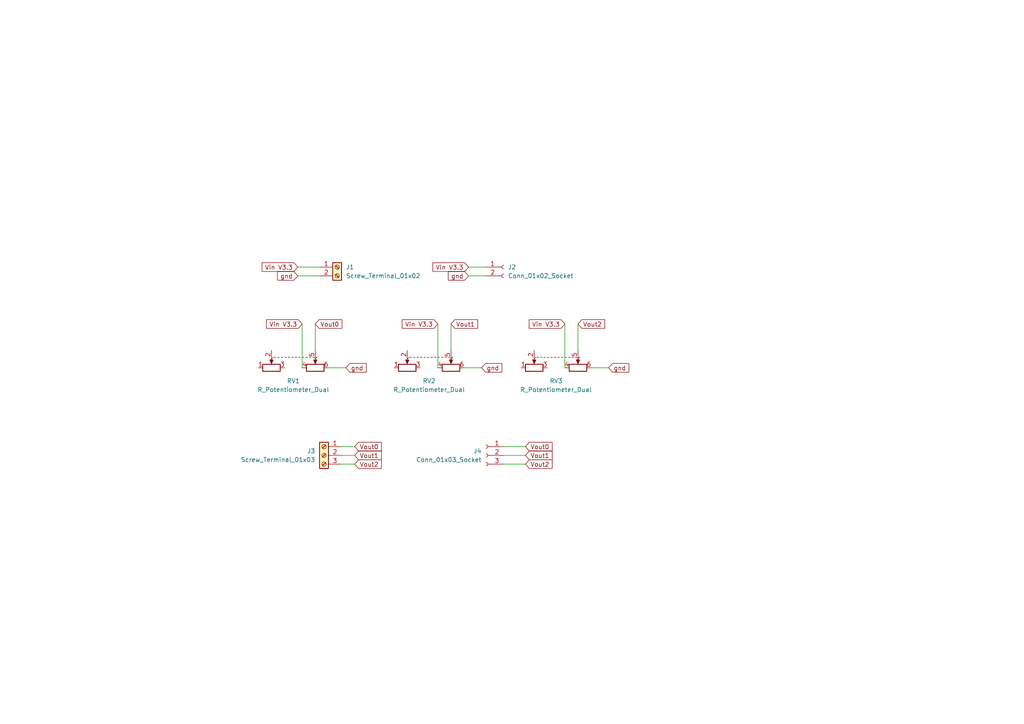
<source format=kicad_sch>
(kicad_sch (version 20250114) (generator "eeschema") (generator_version "9.0")
  (paper "A4")
  (lib_symbols
    (symbol "Connector:Conn_01x02_Socket" (pin_names (offset 1.016) (hide yes))
      (property "Reference" "J" (at 0 2.54 0))
      (property "Value" "Conn_01x02_Socket" (at 0 -5.08 0))
      (symbol "Conn_01x02_Socket_1_1"
        (polyline (pts (xy -1.27 0) (xy -0.508 0)) (stroke (width 0.1524)))
        (polyline (pts (xy -1.27 -2.54) (xy -0.508 -2.54)) (stroke (width 0.1524)))
        (arc (start 0 -0.508) (mid -0.5058 0) (end 0 0.508) (stroke (width 0.1524)))
        (arc (start 0 -3.048) (mid -0.5058 -2.54) (end 0 -2.032) (stroke (width 0.1524)))
        (pin passive line (at -5.08 0 0) (length 3.81) (name "Pin_1") (number "1"))
        (pin passive line (at -5.08 -2.54 0) (length 3.81) (name "Pin_2") (number "2"))
      )
    )
    (symbol "Connector:Conn_01x03_Socket" (pin_names (offset 1.016) (hide yes))
      (property "Reference" "J" (at 0 5.08 0))
      (property "Value" "Conn_01x03_Socket" (at 0 -5.08 0))
      (symbol "Conn_01x03_Socket_1_1"
        (polyline (pts (xy -1.27 2.54) (xy -0.508 2.54)) (stroke (width 0.1524)))
        (polyline (pts (xy -1.27 0) (xy -0.508 0)) (stroke (width 0.1524)))
        (polyline (pts (xy -1.27 -2.54) (xy -0.508 -2.54)) (stroke (width 0.1524)))
        (arc (start 0 2.032) (mid -0.5058 2.54) (end 0 3.048) (stroke (width 0.1524)))
        (arc (start 0 -0.508) (mid -0.5058 0) (end 0 0.508) (stroke (width 0.1524)))
        (arc (start 0 -3.048) (mid -0.5058 -2.54) (end 0 -2.032) (stroke (width 0.1524)))
        (pin passive line (at -5.08 2.54 0) (length 3.81) (name "Pin_1") (number "1"))
        (pin passive line (at -5.08 0 0) (length 3.81) (name "Pin_2") (number "2"))
        (pin passive line (at -5.08 -2.54 0) (length 3.81) (name "Pin_3") (number "3"))
      )
    )
    (symbol "Connector:Screw_Terminal_01x02" (pin_names (offset 1.016) (hide yes))
      (property "Reference" "J" (at 0 2.54 0))
      (property "Value" "Screw_Terminal_01x02" (at 0 -5.08 0))
      (symbol "Screw_Terminal_01x02_1_1"
        (rectangle (start -1.27 1.27) (end 1.27 -3.81) (stroke (width 0.254)) (fill (type background)))
        (polyline (pts (xy -0.5334 0.3302) (xy 0.3302 -0.508)) (stroke (width 0.1524)))
        (polyline (pts (xy -0.5334 -2.2098) (xy 0.3302 -3.048)) (stroke (width 0.1524)))
        (polyline (pts (xy -0.3556 0.508) (xy 0.508 -0.3302)) (stroke (width 0.1524)))
        (polyline (pts (xy -0.3556 -2.032) (xy 0.508 -2.8702)) (stroke (width 0.1524)))
        (circle (center 0 0) (radius 0.635) (stroke (width 0.1524)))
        (circle (center 0 -2.54) (radius 0.635) (stroke (width 0.1524)))
        (pin passive line (at -5.08 0 0) (length 3.81) (name "Pin_1") (number "1"))
        (pin passive line (at -5.08 -2.54 0) (length 3.81) (name "Pin_2") (number "2"))
      )
    )
    (symbol "Connector:Screw_Terminal_01x03" (pin_names (offset 1.016) (hide yes))
      (property "Reference" "J" (at 0 5.08 0))
      (property "Value" "Screw_Terminal_01x03" (at 0 -5.08 0))
      (symbol "Screw_Terminal_01x03_1_1"
        (rectangle (start -1.27 3.81) (end 1.27 -3.81) (stroke (width 0.254)) (fill (type background)))
        (polyline (pts (xy -0.5334 2.8702) (xy 0.3302 2.032)) (stroke (width 0.1524)))
        (polyline (pts (xy -0.5334 0.3302) (xy 0.3302 -0.508)) (stroke (width 0.1524)))
        (polyline (pts (xy -0.5334 -2.2098) (xy 0.3302 -3.048)) (stroke (width 0.1524)))
        (polyline (pts (xy -0.3556 3.048) (xy 0.508 2.2098)) (stroke (width 0.1524)))
        (polyline (pts (xy -0.3556 0.508) (xy 0.508 -0.3302)) (stroke (width 0.1524)))
        (polyline (pts (xy -0.3556 -2.032) (xy 0.508 -2.8702)) (stroke (width 0.1524)))
        (circle (center 0 2.54) (radius 0.635) (stroke (width 0.1524)))
        (circle (center 0 0) (radius 0.635) (stroke (width 0.1524)))
        (circle (center 0 -2.54) (radius 0.635) (stroke (width 0.1524)))
        (pin passive line (at -5.08 2.54 0) (length 3.81) (name "Pin_1") (number "1"))
        (pin passive line (at -5.08 0 0) (length 3.81) (name "Pin_2") (number "2"))
        (pin passive line (at -5.08 -2.54 0) (length 3.81) (name "Pin_3") (number "3"))
      )
    )
    (symbol "Device:R_Potentiometer_Dual" (pin_names (offset 1.016) (hide yes))
      (property "Reference" "RV" (at 0 3.81 0))
      (property "Value" "R_Potentiometer_Dual" (at 0 1.905 0))
      (symbol "R_Potentiometer_Dual_0_1"
        (rectangle (start -8.89 -1.524) (end -3.81 -3.556) (stroke (width 0.254)))
        (polyline (pts (xy -6.35 0) (xy -6.35 -1.016)))
        (polyline (pts (xy -6.35 0) (xy -6.35 -1.016)))
        (polyline (pts (xy -6.35 0) (xy -5.842 0.508)))
        (polyline (pts (xy -6.35 -1.397) (xy -6.858 -0.254) (xy -5.842 -0.254) (xy -6.35 -1.397)) (fill (type outline)))
        (polyline (pts (xy -5.588 0.508) (xy -5.08 0.508)))
        (polyline (pts (xy -4.572 0.508) (xy -4.064 0.508)))
        (polyline (pts (xy -3.556 0.508) (xy -3.048 0.508)))
        (polyline (pts (xy -2.54 0.508) (xy -2.032 0.508)))
        (polyline (pts (xy -1.524 0.508) (xy -1.016 0.508)))
        (polyline (pts (xy -0.508 0.508) (xy 0 0.508)))
        (polyline (pts (xy 0.508 0.508) (xy 1.016 0.508)))
        (polyline (pts (xy 1.524 0.508) (xy 2.032 0.508)))
        (polyline (pts (xy 2.54 0.508) (xy 3.048 0.508)))
        (polyline (pts (xy 3.556 0.508) (xy 4.064 0.508)))
        (rectangle (start 3.81 -1.524) (end 8.89 -3.556) (stroke (width 0.254)))
        (polyline (pts (xy 4.572 0.508) (xy 5.08 0.508)))
        (polyline (pts (xy 5.588 0.508) (xy 6.096 0.508)))
        (polyline (pts (xy 6.35 0) (xy 6.35 -1.016)))
        (polyline (pts (xy 6.35 0) (xy 6.35 -1.016)))
        (polyline (pts (xy 6.35 -1.397) (xy 5.842 -0.254) (xy 6.858 -0.254) (xy 6.35 -1.397)) (fill (type outline)))
        (polyline (pts (xy 6.604 0.508) (xy 6.858 0.508) (xy 6.35 0)))
      )
      (symbol "R_Potentiometer_Dual_1_1"
        (pin passive line (at -10.16 -2.54 0) (length 1.27) (name "1") (number "1"))
        (pin passive line (at -6.35 2.54 270) (length 2.54) (name "2") (number "2"))
        (pin passive line (at -2.54 -2.54 180) (length 1.27) (name "3") (number "3"))
        (pin passive line (at 2.54 -2.54 0) (length 1.27) (name "4") (number "4"))
        (pin passive line (at 6.35 2.54 270) (length 2.54) (name "5") (number "5"))
        (pin passive line (at 10.16 -2.54 180) (length 1.27) (name "6") (number "6"))
      )
    )
  )
  (wire (pts (xy 146.05 134.62) (xy 152.4 134.62)))
  (wire (pts (xy 146.05 129.54) (xy 152.4 129.54)))
  (wire (pts (xy 134.62 106.68) (xy 139.7 106.68)))
  (wire (pts (xy 146.05 132.08) (xy 152.4 132.08)))
  (wire (pts (xy 135.89 77.47) (xy 140.97 77.47)))
  (wire (pts (xy 87.63 93.98) (xy 87.63 106.68)))
  (wire (pts (xy 127 93.98) (xy 127 106.68)))
  (wire (pts (xy 91.44 93.98) (xy 91.44 101.6)))
  (wire (pts (xy 99.06 134.62) (xy 102.87 134.62)))
  (wire (pts (xy 171.45 106.68) (xy 176.53 106.68)))
  (wire (pts (xy 130.81 93.98) (xy 130.81 101.6)))
  (wire (pts (xy 86.36 80.01) (xy 92.71 80.01)))
  (wire (pts (xy 167.64 93.98) (xy 167.64 101.6)))
  (wire (pts (xy 163.83 93.98) (xy 163.83 106.68)))
  (wire (pts (xy 135.89 80.01) (xy 140.97 80.01)))
  (wire (pts (xy 86.36 77.47) (xy 92.71 77.47)))
  (wire (pts (xy 95.25 106.68) (xy 100.33 106.68)))
  (wire (pts (xy 99.06 132.08) (xy 102.87 132.08)))
  (wire (pts (xy 99.06 129.54) (xy 102.87 129.54)))
  (global_label "gnd" (shape input) (at 135.89 80.01 180) (property "Intersheetrefs" "${INTERSHEET_REFS}" (effects (hide yes))))
  (global_label "Vin V3.3" (shape input) (at 127 93.98 180) (property "Intersheetrefs" "${INTERSHEET_REFS}" (effects (hide yes))))
  (global_label "Vout0" (shape input) (at 102.87 129.54 0) (property "Intersheetrefs" "${INTERSHEET_REFS}" (effects (hide yes))))
  (global_label "gnd" (shape input) (at 100.33 106.68 0) (property "Intersheetrefs" "${INTERSHEET_REFS}" (effects (hide yes))))
  (global_label "Vout2" (shape input) (at 167.64 93.98 0) (property "Intersheetrefs" "${INTERSHEET_REFS}" (effects (hide yes))))
  (global_label "gnd" (shape input) (at 86.36 80.01 180) (property "Intersheetrefs" "${INTERSHEET_REFS}" (effects (hide yes))))
  (global_label "Vout2" (shape input) (at 102.87 134.62 0) (property "Intersheetrefs" "${INTERSHEET_REFS}" (effects (hide yes))))
  (global_label "Vin V3.3" (shape input) (at 135.89 77.47 180) (property "Intersheetrefs" "${INTERSHEET_REFS}" (effects (hide yes))))
  (global_label "Vout2" (shape input) (at 152.4 134.62 0) (property "Intersheetrefs" "${INTERSHEET_REFS}" (effects (hide yes))))
  (global_label "Vout1" (shape input) (at 130.81 93.98 0) (property "Intersheetrefs" "${INTERSHEET_REFS}" (effects (hide yes))))
  (global_label "Vout0" (shape input) (at 152.4 129.54 0) (property "Intersheetrefs" "${INTERSHEET_REFS}" (effects (hide yes))))
  (global_label "Vout1" (shape input) (at 152.4 132.08 0) (property "Intersheetrefs" "${INTERSHEET_REFS}" (effects (hide yes))))
  (global_label "Vin V3.3" (shape input) (at 163.83 93.98 180) (property "Intersheetrefs" "${INTERSHEET_REFS}" (effects (hide yes))))
  (global_label "gnd" (shape input) (at 139.7 106.68 0) (property "Intersheetrefs" "${INTERSHEET_REFS}" (effects (hide yes))))
  (global_label "gnd" (shape input) (at 176.53 106.68 0) (property "Intersheetrefs" "${INTERSHEET_REFS}" (effects (hide yes))))
  (global_label "Vin V3.3" (shape input) (at 86.36 77.47 180) (property "Intersheetrefs" "${INTERSHEET_REFS}" (effects (hide yes))))
  (global_label "Vin V3.3" (shape input) (at 87.63 93.98 180) (property "Intersheetrefs" "${INTERSHEET_REFS}" (effects (hide yes))))
  (global_label "Vout1" (shape input) (at 102.87 132.08 0) (property "Intersheetrefs" "${INTERSHEET_REFS}" (effects (hide yes))))
  (global_label "Vout0" (shape input) (at 91.44 93.98 0) (property "Intersheetrefs" "${INTERSHEET_REFS}" (effects (hide yes))))
  (symbol (lib_id "Device:R_Potentiometer_Dual") (at 124.46 104.14 0) (unit 1)
    (property "Reference" "RV2" (at 124.46 110.49 0))
    (property "Value" "R_Potentiometer_Dual" (at 124.46 113.03 0))
    (property "Footprint" "Library:Potentiometer_Generic_AliExpress_RK097_Dual_Horizontal" (effects (hide yes)))
    (property "Description" "Dual potentiometer" (effects (hide yes)))
  )
  (symbol (lib_id "Connector:Screw_Terminal_01x03") (at 93.98 132.08 0) (mirror y) (unit 1)
    (property "Reference" "J3" (at 91.44 130.8099 0) (effects (justify left)))
    (property "Value" "Screw_Terminal_01x03" (at 91.44 133.3499 0) (effects (justify left)))
    (property "Footprint" "TerminalBlock_MetzConnect:TerminalBlock_MetzConnect_Type055_RT01503HDWU_1x03_P5.00mm_Horizontal" (effects (hide yes)))
    (property "Description" "Generic screw terminal, single row, 01x03, script generated (kicad-library-utils/schlib/autogen/connector/)" (effects (hide yes)))
  )
  (symbol (lib_id "Device:R_Potentiometer_Dual") (at 161.29 104.14 0) (unit 1)
    (property "Reference" "RV3" (at 161.29 110.49 0))
    (property "Value" "R_Potentiometer_Dual" (at 161.29 113.03 0))
    (property "Footprint" "Library:Potentiometer_Generic_AliExpress_RK097_Dual_Horizontal" (effects (hide yes)))
    (property "Description" "Dual potentiometer" (effects (hide yes)))
  )
  (symbol (lib_id "Device:R_Potentiometer_Dual") (at 85.09 104.14 0) (unit 1)
    (property "Reference" "RV1" (at 85.09 110.49 0))
    (property "Value" "R_Potentiometer_Dual" (at 85.09 113.03 0))
    (property "Footprint" "Library:Potentiometer_Generic_AliExpress_RK097_Dual_Horizontal" (effects (hide yes)))
    (property "Description" "Dual potentiometer" (effects (hide yes)))
  )
  (symbol (lib_id "Connector:Conn_01x02_Socket") (at 146.05 77.47 0) (unit 1)
    (property "Reference" "J2" (at 147.32 77.4699 0) (effects (justify left)))
    (property "Value" "Conn_01x02_Socket" (at 147.32 80.0099 0) (effects (justify left)))
    (property "Footprint" "Connector_PinSocket_2.54mm:PinSocket_1x02_P2.54mm_Vertical" (effects (hide yes)))
    (property "Description" "Generic connector, single row, 01x02, script generated" (effects (hide yes)))
  )
  (symbol (lib_id "Connector:Conn_01x03_Socket") (at 140.97 132.08 0) (mirror y) (unit 1)
    (property "Reference" "J4" (at 139.7 130.8099 0) (effects (justify left)))
    (property "Value" "Conn_01x03_Socket" (at 139.7 133.3499 0) (effects (justify left)))
    (property "Footprint" "Connector_PinSocket_2.54mm:PinSocket_1x03_P2.54mm_Vertical" (effects (hide yes)))
    (property "Description" "Generic connector, single row, 01x03, script generated" (effects (hide yes)))
  )
  (symbol (lib_id "Connector:Screw_Terminal_01x02") (at 97.79 77.47 0) (unit 1)
    (property "Reference" "J1" (at 100.33 77.4699 0) (effects (justify left)))
    (property "Value" "Screw_Terminal_01x02" (at 100.33 80.0099 0) (effects (justify left)))
    (property "Footprint" "TerminalBlock_MetzConnect:TerminalBlock_MetzConnect_Type055_RT01502HDWU_1x02_P5.00mm_Horizontal" (effects (hide yes)))
    (property "Description" "Generic screw terminal, single row, 01x02, script generated (kicad-library-utils/schlib/autogen/connector/)" (effects (hide yes)))
  )
)
</source>
